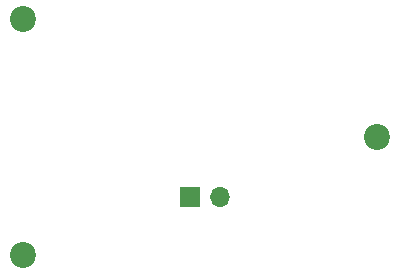
<source format=gbr>
%TF.GenerationSoftware,KiCad,Pcbnew,(6.0.0)*%
%TF.CreationDate,2022-11-23T19:14:59+00:00*%
%TF.ProjectId,Grove-Spectra,47726f76-652d-4537-9065-637472612e6b,A*%
%TF.SameCoordinates,Original*%
%TF.FileFunction,Soldermask,Bot*%
%TF.FilePolarity,Negative*%
%FSLAX46Y46*%
G04 Gerber Fmt 4.6, Leading zero omitted, Abs format (unit mm)*
G04 Created by KiCad (PCBNEW (6.0.0)) date 2022-11-23 19:14:59*
%MOMM*%
%LPD*%
G01*
G04 APERTURE LIST*
%ADD10C,2.200000*%
%ADD11R,1.700000X1.700000*%
%ADD12O,1.700000X1.700000*%
G04 APERTURE END LIST*
D10*
%TO.C,H2*%
X130250000Y-98550000D03*
%TD*%
%TO.C,H3*%
X160250000Y-88550000D03*
%TD*%
%TO.C,H1*%
X130250000Y-78550000D03*
%TD*%
D11*
%TO.C,J2*%
X144425000Y-93600000D03*
D12*
X146965000Y-93600000D03*
%TD*%
M02*

</source>
